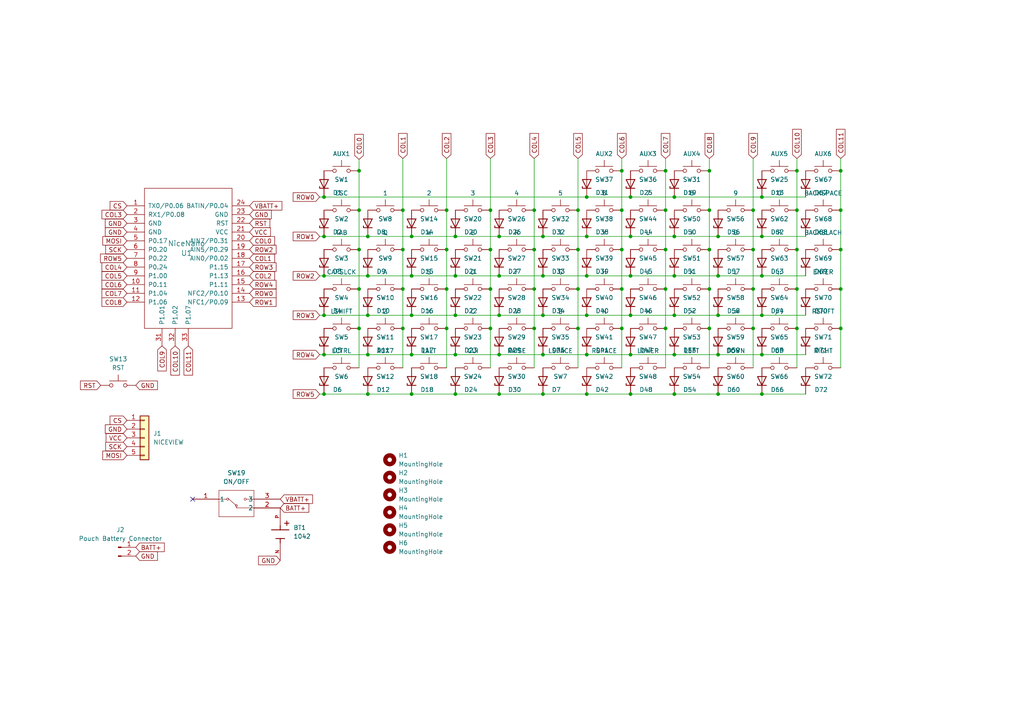
<source format=kicad_sch>
(kicad_sch (version 20250114) (generator "eeschema") (generator_version "9.0")
  (paper "A4")
  (junction (at 243.84 95.25))
  (junction (at 93.98 114.3))
  (junction (at 154.94 60.96))
  (junction (at 142.24 72.39))
  (junction (at 180.34 83.82))
  (junction (at 193.04 49.53))
  (junction (at 104.14 49.53))
  (junction (at 231.14 72.39))
  (junction (at 129.54 60.96))
  (junction (at 106.68 114.3))
  (junction (at 119.38 68.58))
  (junction (at 205.74 83.82))
  (junction (at 180.34 49.53))
  (junction (at 119.38 114.3))
  (junction (at 218.44 60.96))
  (junction (at 170.18 68.58))
  (junction (at 116.84 72.39))
  (junction (at 193.04 83.82))
  (junction (at 132.08 102.87))
  (junction (at 132.08 68.58))
  (junction (at 182.88 114.3))
  (junction (at 205.74 95.25))
  (junction (at 154.94 72.39))
  (junction (at 231.14 60.96))
  (junction (at 157.48 91.44))
  (junction (at 180.34 95.25))
  (junction (at 182.88 80.01))
  (junction (at 104.14 95.25))
  (junction (at 231.14 49.53))
  (junction (at 205.74 72.39))
  (junction (at 231.14 95.25))
  (junction (at 170.18 57.15))
  (junction (at 167.64 60.96))
  (junction (at 231.14 83.82))
  (junction (at 144.78 114.3))
  (junction (at 116.84 83.82))
  (junction (at 132.08 80.01))
  (junction (at 106.68 68.58))
  (junction (at 167.64 83.82))
  (junction (at 208.28 80.01))
  (junction (at 129.54 83.82))
  (junction (at 144.78 102.87))
  (junction (at 119.38 80.01))
  (junction (at 157.48 114.3))
  (junction (at 243.84 49.53))
  (junction (at 208.28 114.3))
  (junction (at 208.28 91.44))
  (junction (at 182.88 68.58))
  (junction (at 180.34 60.96))
  (junction (at 193.04 60.96))
  (junction (at 154.94 83.82))
  (junction (at 167.64 95.25))
  (junction (at 243.84 83.82))
  (junction (at 220.98 91.44))
  (junction (at 205.74 49.53))
  (junction (at 157.48 102.87))
  (junction (at 93.98 57.15))
  (junction (at 167.64 72.39))
  (junction (at 129.54 95.25))
  (junction (at 170.18 114.3))
  (junction (at 144.78 68.58))
  (junction (at 193.04 72.39))
  (junction (at 116.84 95.25))
  (junction (at 119.38 91.44))
  (junction (at 182.88 57.15))
  (junction (at 195.58 80.01))
  (junction (at 170.18 102.87))
  (junction (at 144.78 80.01))
  (junction (at 154.94 95.25))
  (junction (at 193.04 95.25))
  (junction (at 182.88 102.87))
  (junction (at 93.98 102.87))
  (junction (at 106.68 102.87))
  (junction (at 170.18 91.44))
  (junction (at 220.98 57.15))
  (junction (at 93.98 80.01))
  (junction (at 104.14 83.82))
  (junction (at 195.58 68.58))
  (junction (at 116.84 60.96))
  (junction (at 195.58 102.87))
  (junction (at 220.98 114.3))
  (junction (at 157.48 80.01))
  (junction (at 170.18 80.01))
  (junction (at 208.28 102.87))
  (junction (at 220.98 68.58))
  (junction (at 180.34 72.39))
  (junction (at 119.38 102.87))
  (junction (at 142.24 60.96))
  (junction (at 182.88 91.44))
  (junction (at 195.58 57.15))
  (junction (at 220.98 102.87))
  (junction (at 195.58 114.3))
  (junction (at 218.44 95.25))
  (junction (at 132.08 91.44))
  (junction (at 205.74 60.96))
  (junction (at 218.44 83.82))
  (junction (at 106.68 91.44))
  (junction (at 243.84 60.96))
  (junction (at 144.78 91.44))
  (junction (at 208.28 68.58))
  (junction (at 218.44 72.39))
  (junction (at 93.98 68.58))
  (junction (at 93.98 91.44))
  (junction (at 132.08 114.3))
  (junction (at 243.84 72.39))
  (junction (at 195.58 91.44))
  (junction (at 104.14 72.39))
  (junction (at 142.24 95.25))
  (junction (at 104.14 60.96))
  (junction (at 142.24 83.82))
  (junction (at 220.98 80.01))
  (junction (at 106.68 80.01))
  (junction (at 129.54 72.39))
  (junction (at 157.48 68.58))
  (no_connect (at 55.88 144.78))
  (wire (pts (xy 182.88 68.58) (xy 195.58 68.58)))
  (wire (pts (xy 205.74 83.82) (xy 205.74 95.25)))
  (wire (pts (xy 195.58 114.3) (xy 208.28 114.3)))
  (wire (pts (xy 243.84 72.39) (xy 243.84 83.82)))
  (wire (pts (xy 193.04 45.974) (xy 193.04 49.53)))
  (wire (pts (xy 154.94 45.974) (xy 154.94 60.96)))
  (wire (pts (xy 182.88 57.15) (xy 195.58 57.15)))
  (wire (pts (xy 157.48 102.87) (xy 170.18 102.87)))
  (wire (pts (xy 243.84 49.53) (xy 243.84 60.96)))
  (wire (pts (xy 231.14 83.82) (xy 231.14 95.25)))
  (wire (pts (xy 170.18 57.15) (xy 182.88 57.15)))
  (wire (pts (xy 193.04 49.53) (xy 193.04 60.96)))
  (wire (pts (xy 106.68 102.87) (xy 119.38 102.87)))
  (wire (pts (xy 220.98 57.15) (xy 233.68 57.15)))
  (wire (pts (xy 116.84 45.974) (xy 116.84 60.96)))
  (wire (pts (xy 220.98 68.58) (xy 233.68 68.58)))
  (wire (pts (xy 132.08 80.01) (xy 144.78 80.01)))
  (wire (pts (xy 93.98 114.3) (xy 106.68 114.3)))
  (wire (pts (xy 157.48 114.3) (xy 170.18 114.3)))
  (wire (pts (xy 208.28 68.58) (xy 220.98 68.58)))
  (wire (pts (xy 180.34 45.974) (xy 180.34 49.53)))
  (wire (pts (xy 231.14 60.96) (xy 231.14 72.39)))
  (wire (pts (xy 116.84 60.96) (xy 116.84 72.39)))
  (wire (pts (xy 119.38 102.87) (xy 132.08 102.87)))
  (wire (pts (xy 195.58 80.01) (xy 208.28 80.01)))
  (wire (pts (xy 180.34 49.53) (xy 180.34 60.96)))
  (wire (pts (xy 195.58 102.87) (xy 208.28 102.87)))
  (wire (pts (xy 92.71 102.87) (xy 93.98 102.87)))
  (wire (pts (xy 167.64 95.25) (xy 167.64 106.68)))
  (wire (pts (xy 180.34 106.68) (xy 180.34 95.25)))
  (wire (pts (xy 129.54 45.974) (xy 129.54 60.96)))
  (wire (pts (xy 205.74 45.974) (xy 205.74 49.53)))
  (wire (pts (xy 208.28 91.44) (xy 220.98 91.44)))
  (wire (pts (xy 231.14 72.39) (xy 231.14 83.82)))
  (wire (pts (xy 104.14 72.39) (xy 104.14 83.82)))
  (wire (pts (xy 180.34 60.96) (xy 180.34 72.39)))
  (wire (pts (xy 129.54 72.39) (xy 129.54 83.82)))
  (wire (pts (xy 170.18 102.87) (xy 182.88 102.87)))
  (wire (pts (xy 119.38 80.01) (xy 132.08 80.01)))
  (wire (pts (xy 208.28 114.3) (xy 220.98 114.3)))
  (wire (pts (xy 144.78 80.01) (xy 157.48 80.01)))
  (wire (pts (xy 231.14 49.53) (xy 231.14 60.96)))
  (wire (pts (xy 93.98 102.87) (xy 106.68 102.87)))
  (wire (pts (xy 170.18 68.58) (xy 182.88 68.58)))
  (wire (pts (xy 119.38 68.58) (xy 132.08 68.58)))
  (wire (pts (xy 157.48 80.01) (xy 170.18 80.01)))
  (wire (pts (xy 231.14 95.25) (xy 231.14 106.68)))
  (wire (pts (xy 231.14 45.974) (xy 231.14 49.53)))
  (wire (pts (xy 180.34 72.39) (xy 180.34 83.82)))
  (wire (pts (xy 167.64 45.974) (xy 167.64 60.96)))
  (wire (pts (xy 154.94 72.39) (xy 154.94 83.82)))
  (wire (pts (xy 132.08 68.58) (xy 144.78 68.58)))
  (wire (pts (xy 243.84 83.82) (xy 243.84 95.25)))
  (wire (pts (xy 93.98 57.15) (xy 170.18 57.15)))
  (wire (pts (xy 104.14 60.96) (xy 104.14 72.39)))
  (wire (pts (xy 157.48 91.44) (xy 170.18 91.44)))
  (wire (pts (xy 170.18 91.44) (xy 182.88 91.44)))
  (wire (pts (xy 92.71 68.58) (xy 93.98 68.58)))
  (wire (pts (xy 142.24 72.39) (xy 142.24 83.82)))
  (wire (pts (xy 154.94 60.96) (xy 154.94 72.39)))
  (wire (pts (xy 119.38 91.44) (xy 132.08 91.44)))
  (wire (pts (xy 93.98 80.01) (xy 106.68 80.01)))
  (wire (pts (xy 193.04 95.25) (xy 193.04 106.68)))
  (wire (pts (xy 195.58 91.44) (xy 208.28 91.44)))
  (wire (pts (xy 243.84 95.25) (xy 243.84 106.68)))
  (wire (pts (xy 93.98 91.44) (xy 106.68 91.44)))
  (wire (pts (xy 205.74 95.25) (xy 205.74 106.68)))
  (wire (pts (xy 154.94 95.25) (xy 154.94 106.68)))
  (wire (pts (xy 218.44 45.974) (xy 218.44 60.96)))
  (wire (pts (xy 144.78 68.58) (xy 157.48 68.58)))
  (wire (pts (xy 142.24 45.974) (xy 142.24 60.96)))
  (wire (pts (xy 205.74 72.39) (xy 205.74 83.82)))
  (wire (pts (xy 92.71 91.44) (xy 93.98 91.44)))
  (wire (pts (xy 218.44 72.39) (xy 218.44 83.82)))
  (wire (pts (xy 104.14 46.228) (xy 104.14 49.53)))
  (wire (pts (xy 218.44 60.96) (xy 218.44 72.39)))
  (wire (pts (xy 129.54 60.96) (xy 129.54 72.39)))
  (wire (pts (xy 104.14 95.25) (xy 104.14 106.68)))
  (wire (pts (xy 220.98 102.87) (xy 233.68 102.87)))
  (wire (pts (xy 182.88 80.01) (xy 195.58 80.01)))
  (wire (pts (xy 142.24 60.96) (xy 142.24 72.39)))
  (wire (pts (xy 167.64 83.82) (xy 167.64 95.25)))
  (wire (pts (xy 106.68 91.44) (xy 119.38 91.44)))
  (wire (pts (xy 170.18 114.3) (xy 182.88 114.3)))
  (wire (pts (xy 144.78 114.3) (xy 157.48 114.3)))
  (wire (pts (xy 144.78 102.87) (xy 157.48 102.87)))
  (wire (pts (xy 132.08 102.87) (xy 144.78 102.87)))
  (wire (pts (xy 154.94 83.82) (xy 154.94 95.25)))
  (wire (pts (xy 116.84 72.39) (xy 116.84 83.82)))
  (wire (pts (xy 167.64 60.96) (xy 167.64 72.39)))
  (wire (pts (xy 220.98 114.3) (xy 233.68 114.3)))
  (wire (pts (xy 104.14 49.53) (xy 104.14 60.96)))
  (wire (pts (xy 104.14 83.82) (xy 104.14 95.25)))
  (wire (pts (xy 142.24 83.82) (xy 142.24 95.25)))
  (wire (pts (xy 106.68 68.58) (xy 119.38 68.58)))
  (wire (pts (xy 92.71 80.01) (xy 93.98 80.01)))
  (wire (pts (xy 92.71 114.3) (xy 93.98 114.3)))
  (wire (pts (xy 106.68 114.3) (xy 119.38 114.3)))
  (wire (pts (xy 208.28 102.87) (xy 220.98 102.87)))
  (wire (pts (xy 218.44 95.25) (xy 218.44 106.68)))
  (wire (pts (xy 243.84 60.96) (xy 243.84 72.39)))
  (wire (pts (xy 129.54 83.82) (xy 129.54 95.25)))
  (wire (pts (xy 220.98 80.01) (xy 233.68 80.01)))
  (wire (pts (xy 93.98 68.58) (xy 106.68 68.58)))
  (wire (pts (xy 132.08 91.44) (xy 144.78 91.44)))
  (wire (pts (xy 205.74 49.53) (xy 205.74 60.96)))
  (wire (pts (xy 180.34 83.82) (xy 180.34 95.25)))
  (wire (pts (xy 167.64 72.39) (xy 167.64 83.82)))
  (wire (pts (xy 193.04 72.39) (xy 193.04 83.82)))
  (wire (pts (xy 220.98 91.44) (xy 233.68 91.44)))
  (wire (pts (xy 119.38 114.3) (xy 132.08 114.3)))
  (wire (pts (xy 218.44 83.82) (xy 218.44 95.25)))
  (wire (pts (xy 92.71 57.15) (xy 93.98 57.15)))
  (wire (pts (xy 182.88 114.3) (xy 195.58 114.3)))
  (wire (pts (xy 182.88 102.87) (xy 195.58 102.87)))
  (wire (pts (xy 195.58 57.15) (xy 220.98 57.15)))
  (wire (pts (xy 193.04 60.96) (xy 193.04 72.39)))
  (wire (pts (xy 144.78 91.44) (xy 157.48 91.44)))
  (wire (pts (xy 132.08 114.3) (xy 144.78 114.3)))
  (wire (pts (xy 157.48 68.58) (xy 170.18 68.58)))
  (wire (pts (xy 170.18 80.01) (xy 182.88 80.01)))
  (wire (pts (xy 193.04 83.82) (xy 193.04 95.25)))
  (wire (pts (xy 195.58 68.58) (xy 208.28 68.58)))
  (wire (pts (xy 116.84 95.25) (xy 116.84 106.68)))
  (wire (pts (xy 106.68 80.01) (xy 119.38 80.01)))
  (wire (pts (xy 129.54 95.25) (xy 129.54 106.68)))
  (wire (pts (xy 182.88 91.44) (xy 195.58 91.44)))
  (wire (pts (xy 243.84 45.974) (xy 243.84 49.53)))
  (wire (pts (xy 116.84 83.82) (xy 116.84 95.25)))
  (wire (pts (xy 205.74 60.96) (xy 205.74 72.39)))
  (wire (pts (xy 208.28 80.01) (xy 220.98 80.01)))
  (wire (pts (xy 142.24 95.25) (xy 142.24 106.68)))
  (global_label "ROW3" (shape input) (at 92.71 91.44 180) (property "Intersheetrefs" "${INTERSHEET_REFS}" (effects (hide yes))))
  (global_label "COL9" (shape input) (at 46.99 100.33 270) (property "Intersheetrefs" "${INTERSHEET_REFS}" (effects (hide yes))))
  (global_label "ROW1" (shape input) (at 72.39 87.63 0) (property "Intersheetrefs" "${INTERSHEET_REFS}" (effects (hide yes))))
  (global_label "GND" (shape input) (at 39.37 161.29 0) (property "Intersheetrefs" "${INTERSHEET_REFS}" (effects (hide yes))))
  (global_label "GND" (shape input) (at 36.83 64.77 180) (property "Intersheetrefs" "${INTERSHEET_REFS}" (effects (hide yes))))
  (global_label "COL8" (shape input) (at 205.74 45.974 90) (property "Intersheetrefs" "${INTERSHEET_REFS}" (effects (hide yes))))
  (global_label "COL1" (shape input) (at 72.39 74.93 0) (property "Intersheetrefs" "${INTERSHEET_REFS}" (effects (hide yes))))
  (global_label "COL4" (shape input) (at 36.83 77.47 180) (property "Intersheetrefs" "${INTERSHEET_REFS}" (effects (hide yes))))
  (global_label "RST" (shape input) (at 29.21 111.76 180) (property "Intersheetrefs" "${INTERSHEET_REFS}" (effects (hide yes))))
  (global_label "ROW4" (shape input) (at 72.39 82.55 0) (property "Intersheetrefs" "${INTERSHEET_REFS}" (effects (hide yes))))
  (global_label "BATT+" (shape input) (at 39.37 158.75 0) (property "Intersheetrefs" "${INTERSHEET_REFS}" (effects (hide yes))))
  (global_label "COL5" (shape input) (at 36.83 80.01 180) (property "Intersheetrefs" "${INTERSHEET_REFS}" (effects (hide yes))))
  (global_label "COL8" (shape input) (at 36.83 87.63 180) (property "Intersheetrefs" "${INTERSHEET_REFS}" (effects (hide yes))))
  (global_label "COL9" (shape input) (at 218.44 45.974 90) (property "Intersheetrefs" "${INTERSHEET_REFS}" (effects (hide yes))))
  (global_label "VCC" (shape input) (at 36.83 127 180) (property "Intersheetrefs" "${INTERSHEET_REFS}" (effects (hide yes))))
  (global_label "COL2" (shape input) (at 72.39 80.01 0) (property "Intersheetrefs" "${INTERSHEET_REFS}" (effects (hide yes))))
  (global_label "CS" (shape input) (at 36.83 59.69 180) (property "Intersheetrefs" "${INTERSHEET_REFS}" (effects (hide yes))))
  (global_label "COL0" (shape input) (at 104.14 46.228 90) (property "Intersheetrefs" "${INTERSHEET_REFS}" (effects (hide yes))))
  (global_label "COL0" (shape input) (at 72.39 69.85 0) (property "Intersheetrefs" "${INTERSHEET_REFS}" (effects (hide yes))))
  (global_label "GND" (shape input) (at 81.28 162.56 180) (property "Intersheetrefs" "${INTERSHEET_REFS}" (effects (hide yes))))
  (global_label "CS" (shape input) (at 36.83 121.92 180) (property "Intersheetrefs" "${INTERSHEET_REFS}" (effects (hide yes))))
  (global_label "SCK" (shape input) (at 36.83 72.39 180) (property "Intersheetrefs" "${INTERSHEET_REFS}" (effects (hide yes))))
  (global_label "ROW4" (shape input) (at 92.71 102.87 180) (property "Intersheetrefs" "${INTERSHEET_REFS}" (effects (hide yes))))
  (global_label "MOSI" (shape input) (at 36.83 69.85 180) (property "Intersheetrefs" "${INTERSHEET_REFS}" (effects (hide yes))))
  (global_label "ROW1" (shape input) (at 92.71 68.58 180) (property "Intersheetrefs" "${INTERSHEET_REFS}" (effects (hide yes))))
  (global_label "COL6" (shape input) (at 36.83 82.55 180) (property "Intersheetrefs" "${INTERSHEET_REFS}" (effects (hide yes))))
  (global_label "VBATT+" (shape input) (at 72.39 59.69 0) (property "Intersheetrefs" "${INTERSHEET_REFS}" (effects (hide yes))))
  (global_label "VCC" (shape input) (at 72.39 67.31 0) (property "Intersheetrefs" "${INTERSHEET_REFS}" (effects (hide yes))))
  (global_label "COL4" (shape input) (at 154.94 45.974 90) (property "Intersheetrefs" "${INTERSHEET_REFS}" (effects (hide yes))))
  (global_label "GND" (shape input) (at 36.83 67.31 180) (property "Intersheetrefs" "${INTERSHEET_REFS}" (effects (hide yes))))
  (global_label "COL6" (shape input) (at 180.34 45.974 90) (property "Intersheetrefs" "${INTERSHEET_REFS}" (effects (hide yes))))
  (global_label "GND" (shape input) (at 36.83 124.46 180) (property "Intersheetrefs" "${INTERSHEET_REFS}" (effects (hide yes))))
  (global_label "ROW2" (shape input) (at 72.39 72.39 0) (property "Intersheetrefs" "${INTERSHEET_REFS}" (effects (hide yes))))
  (global_label "ROW0" (shape input) (at 72.39 85.09 0) (property "Intersheetrefs" "${INTERSHEET_REFS}" (effects (hide yes))))
  (global_label "COL11" (shape input) (at 54.61 100.33 270) (property "Intersheetrefs" "${INTERSHEET_REFS}" (effects (hide yes))))
  (global_label "ROW3" (shape input) (at 72.39 77.47 0) (property "Intersheetrefs" "${INTERSHEET_REFS}" (effects (hide yes))))
  (global_label "ROW0" (shape input) (at 92.71 57.15 180) (property "Intersheetrefs" "${INTERSHEET_REFS}" (effects (hide yes))))
  (global_label "RST" (shape input) (at 72.39 64.77 0) (property "Intersheetrefs" "${INTERSHEET_REFS}" (effects (hide yes))))
  (global_label "COL7" (shape input) (at 36.83 85.09 180) (property "Intersheetrefs" "${INTERSHEET_REFS}" (effects (hide yes))))
  (global_label "ROW2" (shape input) (at 92.71 80.01 180) (property "Intersheetrefs" "${INTERSHEET_REFS}" (effects (hide yes))))
  (global_label "COL1" (shape input) (at 116.84 45.974 90) (property "Intersheetrefs" "${INTERSHEET_REFS}" (effects (hide yes))))
  (global_label "COL11" (shape input) (at 243.84 45.974 90) (property "Intersheetrefs" "${INTERSHEET_REFS}" (effects (hide yes))))
  (global_label "MOSI" (shape input) (at 36.83 132.08 180) (property "Intersheetrefs" "${INTERSHEET_REFS}" (effects (hide yes))))
  (global_label "GND" (shape input) (at 72.39 62.23 0) (property "Intersheetrefs" "${INTERSHEET_REFS}" (effects (hide yes))))
  (global_label "COL7" (shape input) (at 193.04 45.974 90) (property "Intersheetrefs" "${INTERSHEET_REFS}" (effects (hide yes))))
  (global_label "COL3" (shape input) (at 36.83 62.23 180) (property "Intersheetrefs" "${INTERSHEET_REFS}" (effects (hide yes))))
  (global_label "GND" (shape input) (at 39.37 111.76 0) (property "Intersheetrefs" "${INTERSHEET_REFS}" (effects (hide yes))))
  (global_label "COL5" (shape input) (at 167.64 45.974 90) (property "Intersheetrefs" "${INTERSHEET_REFS}" (effects (hide yes))))
  (global_label "ROW5" (shape input) (at 92.71 114.3 180) (property "Intersheetrefs" "${INTERSHEET_REFS}" (effects (hide yes))))
  (global_label "SCK" (shape input) (at 36.83 129.54 180) (property "Intersheetrefs" "${INTERSHEET_REFS}" (effects (hide yes))))
  (global_label "ROW5" (shape input) (at 36.83 74.93 180) (property "Intersheetrefs" "${INTERSHEET_REFS}" (effects (hide yes))))
  (global_label "VBATT+" (shape input) (at 81.28 144.78 0) (property "Intersheetrefs" "${INTERSHEET_REFS}" (effects (hide yes))))
  (global_label "BATT+" (shape input) (at 81.28 147.32 0) (property "Intersheetrefs" "${INTERSHEET_REFS}" (effects (hide yes))))
  (global_label "COL3" (shape input) (at 142.24 45.974 90) (property "Intersheetrefs" "${INTERSHEET_REFS}" (effects (hide yes))))
  (global_label "COL2" (shape input) (at 129.54 45.974 90) (property "Intersheetrefs" "${INTERSHEET_REFS}" (effects (hide yes))))
  (global_label "COL10" (shape input) (at 50.8 100.33 270) (property "Intersheetrefs" "${INTERSHEET_REFS}" (effects (hide yes))))
  (global_label "COL10" (shape input) (at 231.14 45.974 90) (property "Intersheetrefs" "${INTERSHEET_REFS}" (effects (hide yes))))
  (symbol (lib_id "Diode:1N47xxA") (at 208.28 76.2 90) (unit 1)
    (property "Reference" "D57" (at 210.82 78.74 90) (effects (justify right)))
    (property "Value" "1N47xxA" (effects (hide yes)))
    (property "Footprint" "Diode_SMD:D_SOD-123" (effects (hide yes)))
    (property "Datasheet" "https://www.vishay.com/docs/85816/1n4728a.pdf" (effects (hide yes)))
    (property "Description" "1300mW Silicon planar power Zener diodes, DO-41" (effects (hide yes)))
  )
  (symbol (lib_id "Diode:1N47xxA") (at 208.28 110.49 90) (unit 1)
    (property "Reference" "D60" (at 210.82 113.03 90) (effects (justify right)))
    (property "Value" "1N47xxA" (effects (hide yes)))
    (property "Footprint" "Diode_SMD:D_SOD-123" (effects (hide yes)))
    (property "Datasheet" "https://www.vishay.com/docs/85816/1n4728a.pdf" (effects (hide yes)))
    (property "Description" "1300mW Silicon planar power Zener diodes, DO-41" (effects (hide yes)))
  )
  (symbol (lib_id "Diode:1N47xxA") (at 119.38 110.49 90) (unit 1)
    (property "Reference" "D18" (at 121.92 113.03 90) (effects (justify right)))
    (property "Value" "1N47xxA" (effects (hide yes)))
    (property "Footprint" "Diode_SMD:D_SOD-123" (effects (hide yes)))
    (property "Datasheet" "https://www.vishay.com/docs/85816/1n4728a.pdf" (effects (hide yes)))
    (property "Description" "1300mW Silicon planar power Zener diodes, DO-41" (effects (hide yes)))
  )
  (symbol (lib_id "Switch:SW_Push") (at 187.96 95.25 0) (unit 1)
    (property "Reference" "SW47" (at 187.96 97.79 0))
    (property "Value" "M" (at 187.96 90.3224 0))
    (property "Footprint" "MX_Hotswap:MX-Hotswap-1U" (effects (hide yes)))
  )
  (symbol (lib_id "Switch:SW_Push") (at 149.86 83.82 0) (unit 1)
    (property "Reference" "SW28" (at 149.86 86.36 0))
    (property "Value" "F" (at 149.86 78.8924 0))
    (property "Footprint" "MX_Hotswap:MX-Hotswap-1U" (effects (hide yes)))
  )
  (symbol (lib_id "Mechanical:MountingHole") (at 113.03 148.59 0) (unit 1) (in_bom no)
    (property "Reference" "H4" (at 115.57 147.3199 0) (effects (justify left)))
    (property "Value" "MountingHole" (at 115.57 149.8599 0) (effects (justify left)))
    (property "Footprint" "MountingHole:MountingHole_2.7mm_M2.5" (effects (hide yes)))
    (property "Description" "Mounting Hole without connection" (effects (hide yes)))
  )
  (symbol (lib_id "Diode:1N47xxA") (at 132.08 87.63 90) (unit 1)
    (property "Reference" "D22" (at 134.62 90.17 90) (effects (justify right)))
    (property "Value" "1N47xxA" (effects (hide yes)))
    (property "Footprint" "Diode_SMD:D_SOD-123" (effects (hide yes)))
    (property "Datasheet" "https://www.vishay.com/docs/85816/1n4728a.pdf" (effects (hide yes)))
    (property "Description" "1300mW Silicon planar power Zener diodes, DO-41" (effects (hide yes)))
  )
  (symbol (lib_id "Switch:SW_Push") (at 111.76 72.39 0) (unit 1)
    (property "Reference" "SW9" (at 111.76 74.93 0))
    (property "Value" "Q" (at 111.76 67.4624 0))
    (property "Footprint" "MX_Hotswap:MX-Hotswap-1U" (effects (hide yes)))
  )
  (symbol (lib_id "Diode:1N47xxA") (at 106.68 99.06 90) (unit 1)
    (property "Reference" "D11" (at 109.22 101.6 90) (effects (justify right)))
    (property "Value" "1N47xxA" (effects (hide yes)))
    (property "Footprint" "Diode_SMD:D_SOD-123" (effects (hide yes)))
    (property "Datasheet" "https://www.vishay.com/docs/85816/1n4728a.pdf" (effects (hide yes)))
    (property "Description" "1300mW Silicon planar power Zener diodes, DO-41" (effects (hide yes)))
  )
  (symbol (lib_id "Switch:SW_Push") (at 238.76 106.68 0) (unit 1)
    (property "Reference" "SW72" (at 238.76 109.22 0))
    (property "Value" "RIGHT" (at 238.76 101.7524 0))
    (property "Footprint" "MX_Hotswap:MX-Hotswap-1U" (effects (hide yes)))
  )
  (symbol (lib_id "Diode:1N47xxA") (at 144.78 76.2 90) (unit 1)
    (property "Reference" "D27" (at 147.32 78.74 90) (effects (justify right)))
    (property "Value" "1N47xxA" (effects (hide yes)))
    (property "Footprint" "Diode_SMD:D_SOD-123" (effects (hide yes)))
    (property "Datasheet" "https://www.vishay.com/docs/85816/1n4728a.pdf" (effects (hide yes)))
    (property "Description" "1300mW Silicon planar power Zener diodes, DO-41" (effects (hide yes)))
  )
  (symbol (lib_id "Switch:SW_Push") (at 111.76 95.25 0) (unit 1)
    (property "Reference" "SW11" (at 111.76 97.79 0))
    (property "Value" "Z" (at 111.76 90.3224 0))
    (property "Footprint" "MX_Hotswap:MX-Hotswap-1U" (effects (hide yes)))
  )
  (symbol (lib_id "Switch:SW_Push") (at 213.36 60.96 0) (unit 1)
    (property "Reference" "SW56" (at 213.36 63.5 0))
    (property "Value" "9" (at 213.36 56.0324 0))
    (property "Footprint" "MX_Hotswap:MX-Hotswap-1U" (effects (hide yes)))
  )
  (symbol (lib_id "Switch:SW_Push") (at 99.06 95.25 0) (unit 1)
    (property "Reference" "SW5" (at 99.06 97.79 0))
    (property "Value" "LSHIFT" (at 99.06 90.3224 0))
    (property "Footprint" "MX_Hotswap:MX-Hotswap-1U" (effects (hide yes)))
  )
  (symbol (lib_id "Diode:1N47xxA") (at 233.68 110.49 90) (unit 1)
    (property "Reference" "D72" (at 236.22 113.03 90) (effects (justify right)))
    (property "Value" "1N47xxA" (effects (hide yes)))
    (property "Footprint" "Diode_SMD:D_SOD-123" (effects (hide yes)))
    (property "Datasheet" "https://www.vishay.com/docs/85816/1n4728a.pdf" (effects (hide yes)))
    (property "Description" "1300mW Silicon planar power Zener diodes, DO-41" (effects (hide yes)))
  )
  (symbol (lib_id "Switch:SW_Push") (at 187.96 60.96 0) (unit 1)
    (property "Reference" "SW44" (at 187.96 63.5 0))
    (property "Value" "7" (at 187.96 56.0324 0))
    (property "Footprint" "MX_Hotswap:MX-Hotswap-1U" (effects (hide yes)))
  )
  (symbol (lib_id "Diode:1N47xxA") (at 182.88 53.34 90) (unit 1)
    (property "Reference" "D25" (at 185.42 55.88 90) (effects (justify right)))
    (property "Value" "1N47xxA" (effects (hide yes)))
    (property "Footprint" "Diode_SMD:D_SOD-123" (effects (hide yes)))
    (property "Datasheet" "https://www.vishay.com/docs/85816/1n4728a.pdf" (effects (hide yes)))
    (property "Description" "1300mW Silicon planar power Zener diodes, DO-41" (effects (hide yes)))
  )
  (symbol (lib_id "Switch:SW_Push") (at 99.06 60.96 0) (unit 1)
    (property "Reference" "SW2" (at 99.06 63.5 0))
    (property "Value" "ESC" (at 99.06 56.0324 0))
    (property "Footprint" "MX_Hotswap:MX-Hotswap-1U" (effects (hide yes)))
  )
  (symbol (lib_id "Diode:1N47xxA") (at 195.58 99.06 90) (unit 1)
    (property "Reference" "D53" (at 198.12 101.6 90) (effects (justify right)))
    (property "Value" "1N47xxA" (effects (hide yes)))
    (property "Footprint" "Diode_SMD:D_SOD-123" (effects (hide yes)))
    (property "Datasheet" "https://www.vishay.com/docs/85816/1n4728a.pdf" (effects (hide yes)))
    (property "Description" "1300mW Silicon planar power Zener diodes, DO-41" (effects (hide yes)))
  )
  (symbol (lib_id "Diode:1N47xxA") (at 170.18 64.77 90) (unit 1)
    (property "Reference" "D38" (at 172.72 67.31 90) (effects (justify right)))
    (property "Value" "1N47xxA" (effects (hide yes)))
    (property "Footprint" "Diode_SMD:D_SOD-123" (effects (hide yes)))
    (property "Datasheet" "https://www.vishay.com/docs/85816/1n4728a.pdf" (effects (hide yes)))
    (property "Description" "1300mW Silicon planar power Zener diodes, DO-41" (effects (hide yes)))
  )
  (symbol (lib_id "Switch:SW_Push") (at 226.06 72.39 0) (unit 1)
    (property "Reference" "SW63" (at 226.06 74.93 0))
    (property "Value" "P" (at 226.06 67.4624 0))
    (property "Footprint" "MX_Hotswap:MX-Hotswap-1U" (effects (hide yes)))
  )
  (symbol (lib_id "Switch:SW_Push") (at 226.06 95.25 0) (unit 1)
    (property "Reference" "SW65" (at 226.06 97.79 0))
    (property "Value" "/?" (at 226.06 90.3224 0))
    (property "Footprint" "MX_Hotswap:MX-Hotswap-1U" (effects (hide yes)))
  )
  (symbol (lib_id "Switch:SW_Push") (at 111.76 83.82 0) (unit 1)
    (property "Reference" "SW10" (at 111.76 86.36 0))
    (property "Value" "A" (at 111.76 78.8924 0))
    (property "Footprint" "MX_Hotswap:MX-Hotswap-1U" (effects (hide yes)))
  )
  (symbol (lib_id "Diode:1N47xxA") (at 233.68 64.77 90) (unit 1)
    (property "Reference" "D68" (at 236.22 67.31 90) (effects (justify right)))
    (property "Value" "1N47xxA" (effects (hide yes)))
    (property "Footprint" "Diode_SMD:D_SOD-123" (effects (hide yes)))
    (property "Datasheet" "https://www.vishay.com/docs/85816/1n4728a.pdf" (effects (hide yes)))
    (property "Description" "1300mW Silicon planar power Zener diodes, DO-41" (effects (hide yes)))
  )
  (symbol (lib_id "Switch:SW_Push") (at 137.16 60.96 0) (unit 1)
    (property "Reference" "SW20" (at 137.16 63.5 0))
    (property "Value" "3" (at 137.16 56.0324 0))
    (property "Footprint" "MX_Hotswap:MX-Hotswap-1U" (effects (hide yes)))
  )
  (symbol (lib_id "Switch:SW_Push") (at 226.06 60.96 0) (unit 1)
    (property "Reference" "SW62" (at 226.06 63.5 0))
    (property "Value" "0" (at 226.06 56.0324 0))
    (property "Footprint" "MX_Hotswap:MX-Hotswap-1U" (effects (hide yes)))
  )
  (symbol (lib_id "Mechanical:MountingHole") (at 113.03 133.35 0) (unit 1) (in_bom no)
    (property "Reference" "H1" (at 115.57 132.0799 0) (effects (justify left)))
    (property "Value" "MountingHole" (at 115.57 134.6199 0) (effects (justify left)))
    (property "Footprint" "MountingHole:MountingHole_2.7mm_M2.5" (effects (hide yes)))
    (property "Description" "Mounting Hole without connection" (effects (hide yes)))
  )
  (symbol (lib_id "Diode:1N47xxA") (at 233.68 87.63 90) (unit 1)
    (property "Reference" "D70" (at 236.22 90.17 90) (effects (justify right)))
    (property "Value" "1N47xxA" (effects (hide yes)))
    (property "Footprint" "Diode_SMD:D_SOD-123" (effects (hide yes)))
    (property "Datasheet" "https://www.vishay.com/docs/85816/1n4728a.pdf" (effects (hide yes)))
    (property "Description" "1300mW Silicon planar power Zener diodes, DO-41" (effects (hide yes)))
  )
  (symbol (lib_id "Switch:SW_Push") (at 99.06 106.68 0) (unit 1)
    (property "Reference" "SW6" (at 99.06 109.22 0))
    (property "Value" "LCTRL" (at 99.06 101.7524 0))
    (property "Footprint" "MX_Hotswap:MX-Hotswap-1U" (effects (hide yes)))
  )
  (symbol (lib_id "1042:1042") (at 81.28 154.94 270) (unit 1)
    (property "Reference" "BT1" (at 85.09 153.0349 90) (effects (justify left)))
    (property "Value" "1042" (at 85.09 155.5749 90) (effects (justify left)))
    (property "Footprint" "1042:BAT_1042" (effects (hide yes)))
    (property "MF" "Keystone Electronics" (effects (hide yes)))
    (property "MAXIMUM_PACKAGE_HEIGHT" "15.11mm" (effects (hide yes)))
    (property "Package" "NON STANDARD-5 Keystone" (effects (hide yes)))
    (property "Price" "None" (effects (hide yes)))
    (property "Check_prices" "https://www.snapeda.com/parts/1042/Keystone/view-part/?ref=eda" (effects (hide yes)))
    (property "STANDARD" "Manufacturer Recommendations" (effects (hide yes)))
    (property "PARTREV" "E" (effects (hide yes)))
    (property "SnapEDA_Link" "https://www.snapeda.com/parts/1042/Keystone/view-part/?ref=snap" (effects (hide yes)))
    (property "MP" "1042" (effects (hide yes)))
    (property "Description_1" "Battery Holder (Open) 18650 1 Cell SMD (SMT) Tab" (effects (hide yes)))
    (property "SNAPEDA_PN" "1042" (effects (hide yes)))
    (property "Availability" "In Stock" (effects (hide yes)))
    (property "MANUFACTURER" "Keystone" (effects (hide yes)))
  )
  (symbol (lib_id "Switch:SW_Push") (at 226.06 83.82 0) (unit 1)
    (property "Reference" "SW64" (at 226.06 86.36 0))
    (property "Value" ";:" (at 226.06 78.8924 0))
    (property "Footprint" "MX_Hotswap:MX-Hotswap-1U" (effects (hide yes)))
  )
  (symbol (lib_id "Switch:SW_Push") (at 175.26 95.25 0) (unit 1)
    (property "Reference" "SW41" (at 175.26 97.79 0))
    (property "Value" "N" (at 175.26 90.3224 0))
    (property "Footprint" "MX_Hotswap:MX-Hotswap-1U" (effects (hide yes)))
  )
  (symbol (lib_id "Switch:SW_Push") (at 238.76 49.53 0) (unit 1)
    (property "Reference" "SW67" (at 238.76 52.07 0))
    (property "Value" "AUX6" (at 238.76 44.6024 0))
    (property "Footprint" "MX_Hotswap:MX-Hotswap-1U" (effects (hide yes)))
  )
  (symbol (lib_id "Mechanical:MountingHole") (at 113.03 158.75 0) (unit 1) (in_bom no)
    (property "Reference" "H6" (at 115.57 157.4799 0) (effects (justify left)))
    (property "Value" "MountingHole" (at 115.57 160.0199 0) (effects (justify left)))
    (property "Footprint" "MountingHole:MountingHole_2.7mm_M2.5" (effects (hide yes)))
    (property "Description" "Mounting Hole without connection" (effects (hide yes)))
  )
  (symbol (lib_id "Diode:1N47xxA") (at 132.08 64.77 90) (unit 1)
    (property "Reference" "D20" (at 134.62 67.31 90) (effects (justify right)))
    (property "Value" "1N47xxA" (effects (hide yes)))
    (property "Footprint" "Diode_SMD:D_SOD-123" (effects (hide yes)))
    (property "Datasheet" "https://www.vishay.com/docs/85816/1n4728a.pdf" (effects (hide yes)))
    (property "Description" "1300mW Silicon planar power Zener diodes, DO-41" (effects (hide yes)))
  )
  (symbol (lib_id "Diode:1N47xxA") (at 106.68 110.49 90) (unit 1)
    (property "Reference" "D12" (at 109.22 113.03 90) (effects (justify right)))
    (property "Value" "1N47xxA" (effects (hide yes)))
    (property "Footprint" "Diode_SMD:D_SOD-123" (effects (hide yes)))
    (property "Datasheet" "https://www.vishay.com/docs/85816/1n4728a.pdf" (effects (hide yes)))
    (property "Description" "1300mW Silicon planar power Zener diodes, DO-41" (effects (hide yes)))
  )
  (symbol (lib_id "Diode:1N47xxA") (at 220.98 76.2 90) (unit 1)
    (property "Reference" "D63" (at 223.52 78.74 90) (effects (justify right)))
    (property "Value" "1N47xxA" (effects (hide yes)))
    (property "Footprint" "Diode_SMD:D_SOD-123" (effects (hide yes)))
    (property "Datasheet" "https://www.vishay.com/docs/85816/1n4728a.pdf" (effects (hide yes)))
    (property "Description" "1300mW Silicon planar power Zener diodes, DO-41" (effects (hide yes)))
  )
  (symbol (lib_id "Diode:1N47xxA") (at 182.88 87.63 90) (unit 1)
    (property "Reference" "D46" (at 185.42 90.17 90) (effects (justify right)))
    (property "Value" "1N47xxA" (effects (hide yes)))
    (property "Footprint" "Diode_SMD:D_SOD-123" (effects (hide yes)))
    (property "Datasheet" "https://www.vishay.com/docs/85816/1n4728a.pdf" (effects (hide yes)))
    (property "Description" "1300mW Silicon planar power Zener diodes, DO-41" (effects (hide yes)))
  )
  (symbol (lib_id "Switch:SW_Push") (at 200.66 49.53 0) (unit 1)
    (property "Reference" "SW31" (at 200.66 52.07 0))
    (property "Value" "AUX4" (at 200.66 44.6024 0))
    (property "Footprint" "MX_Hotswap:MX-Hotswap-1U" (effects (hide yes)))
  )
  (symbol (lib_id "Switch:SW_Push") (at 200.66 72.39 0) (unit 1)
    (property "Reference" "SW51" (at 200.66 74.93 0))
    (property "Value" "I" (at 200.66 67.4624 0))
    (property "Footprint" "MX_Hotswap:MX-Hotswap-1U" (effects (hide yes)))
  )
  (symbol (lib_id "Diode:1N47xxA") (at 220.98 110.49 90) (unit 1)
    (property "Reference" "D66" (at 223.52 113.03 90) (effects (justify right)))
    (property "Value" "1N47xxA" (effects (hide yes)))
    (property "Footprint" "Diode_SMD:D_SOD-123" (effects (hide yes)))
    (property "Datasheet" "https://www.vishay.com/docs/85816/1n4728a.pdf" (effects (hide yes)))
    (property "Description" "1300mW Silicon planar power Zener diodes, DO-41" (effects (hide yes)))
  )
  (symbol (lib_id "Diode:1N47xxA") (at 106.68 76.2 90) (unit 1)
    (property "Reference" "D9" (at 109.22 78.74 90) (effects (justify right)))
    (property "Value" "1N47xxA" (effects (hide yes)))
    (property "Footprint" "Diode_SMD:D_SOD-123" (effects (hide yes)))
    (property "Datasheet" "https://www.vishay.com/docs/85816/1n4728a.pdf" (effects (hide yes)))
    (property "Description" "1300mW Silicon planar power Zener diodes, DO-41" (effects (hide yes)))
  )
  (symbol (lib_id "Switch:SW_Push") (at 213.36 72.39 0) (unit 1)
    (property "Reference" "SW57" (at 213.36 74.93 0))
    (property "Value" "O" (at 213.36 67.4624 0))
    (property "Footprint" "MX_Hotswap:MX-Hotswap-1U" (effects (hide yes)))
  )
  (symbol (lib_id "Switch:SW_Push") (at 124.46 95.25 0) (unit 1)
    (property "Reference" "SW17" (at 124.46 97.79 0))
    (property "Value" "X" (at 124.46 90.3224 0))
    (property "Footprint" "MX_Hotswap:MX-Hotswap-1U" (effects (hide yes)))
  )
  (symbol (lib_id "Diode:1N47xxA") (at 93.98 99.06 90) (unit 1)
    (property "Reference" "D5" (at 96.52 101.6 90) (effects (justify right)))
    (property "Value" "1N47xxA" (effects (hide yes)))
    (property "Footprint" "Diode_SMD:D_SOD-123" (effects (hide yes)))
    (property "Datasheet" "https://www.vishay.com/docs/85816/1n4728a.pdf" (effects (hide yes)))
    (property "Description" "1300mW Silicon planar power Zener diodes, DO-41" (effects (hide yes)))
  )
  (symbol (lib_id "Connector:Conn_01x02_Pin") (at 34.29 158.75 0) (unit 1)
    (property "Reference" "J2" (at 34.925 153.67 0))
    (property "Value" "Pouch Battery Connector" (at 34.925 156.21 0))
    (property "Footprint" "Connector_JST:JST_EH_S2B-EH_1x02_P2.50mm_Horizontal" (effects (hide yes)))
    (property "Description" "Generic connector, single row, 01x02, script generated" (effects (hide yes)))
  )
  (symbol (lib_id "Switch:SW_Push") (at 99.06 83.82 0) (unit 1)
    (property "Reference" "SW4" (at 99.06 86.36 0))
    (property "Value" "CAPSLCK" (at 99.06 78.8924 0))
    (property "Footprint" "MX_Hotswap:MX-Hotswap-1U" (effects (hide yes)))
  )
  (symbol (lib_id "Diode:1N47xxA") (at 220.98 53.34 90) (unit 1)
    (property "Reference" "D13" (at 223.52 55.88 90) (effects (justify right)))
    (property "Value" "1N47xxA" (effects (hide yes)))
    (property "Footprint" "Diode_SMD:D_SOD-123" (effects (hide yes)))
    (property "Datasheet" "https://www.vishay.com/docs/85816/1n4728a.pdf" (effects (hide yes)))
    (property "Description" "1300mW Silicon planar power Zener diodes, DO-41" (effects (hide yes)))
  )
  (symbol (lib_id "Switch:SW_Push") (at 137.16 83.82 0) (unit 1)
    (property "Reference" "SW22" (at 137.16 86.36 0))
    (property "Value" "D" (at 137.16 78.8924 0))
    (property "Footprint" "MX_Hotswap:MX-Hotswap-1U" (effects (hide yes)))
  )
  (symbol (lib_id "Diode:1N47xxA") (at 195.58 76.2 90) (unit 1)
    (property "Reference" "D51" (at 198.12 78.74 90) (effects (justify right)))
    (property "Value" "1N47xxA" (effects (hide yes)))
    (property "Footprint" "Diode_SMD:D_SOD-123" (effects (hide yes)))
    (property "Datasheet" "https://www.vishay.com/docs/85816/1n4728a.pdf" (effects (hide yes)))
    (property "Description" "1300mW Silicon planar power Zener diodes, DO-41" (effects (hide yes)))
  )
  (symbol (lib_id "Mechanical:MountingHole") (at 113.03 153.67 0) (unit 1) (in_bom no)
    (property "Reference" "H5" (at 115.57 152.3999 0) (effects (justify left)))
    (property "Value" "MountingHole" (at 115.57 154.9399 0) (effects (justify left)))
    (property "Footprint" "MountingHole:MountingHole_2.7mm_M2.5" (effects (hide yes)))
    (property "Description" "Mounting Hole without connection" (effects (hide yes)))
  )
  (symbol (lib_id "Switch:SW_Push") (at 124.46 72.39 0) (unit 1)
    (property "Reference" "SW15" (at 124.46 74.93 0))
    (property "Value" "W" (at 124.46 67.4624 0))
    (property "Footprint" "MX_Hotswap:MX-Hotswap-1U" (effects (hide yes)))
  )
  (symbol (lib_id "Switch:SW_Push") (at 124.46 106.68 0) (unit 1)
    (property "Reference" "SW18" (at 124.46 109.22 0))
    (property "Value" "LALT" (at 124.46 101.7524 0))
    (property "Footprint" "MX_Hotswap:MX-Hotswap-1U" (effects (hide yes)))
  )
  (symbol (lib_id "Diode:1N47xxA") (at 170.18 110.49 90) (unit 1)
    (property "Reference" "D42" (at 172.72 113.03 90) (effects (justify right)))
    (property "Value" "1N47xxA" (effects (hide yes)))
    (property "Footprint" "Diode_SMD:D_SOD-123" (effects (hide yes)))
    (property "Datasheet" "https://www.vishay.com/docs/85816/1n4728a.pdf" (effects (hide yes)))
    (property "Description" "1300mW Silicon planar power Zener diodes, DO-41" (effects (hide yes)))
  )
  (symbol (lib_id "Switch:SW_Push") (at 175.26 106.68 0) (unit 1)
    (property "Reference" "SW42" (at 175.26 109.22 0))
    (property "Value" "RSPACE" (at 175.26 101.7524 0))
    (property "Footprint" "MX_Hotswap:MX-Hotswap-1U" (effects (hide yes)))
  )
  (symbol (lib_id "Switch:SW_Push") (at 111.76 106.68 0) (unit 1)
    (property "Reference" "SW12" (at 111.76 109.22 0))
    (property "Value" "AUX7" (at 111.76 101.7524 0))
    (property "Footprint" "MX_Hotswap:MX-Hotswap-1U" (effects (hide yes)))
  )
  (symbol (lib_id "Diode:1N47xxA") (at 119.38 64.77 90) (unit 1)
    (property "Reference" "D14" (at 121.92 67.31 90) (effects (justify right)))
    (property "Value" "1N47xxA" (effects (hide yes)))
    (property "Footprint" "Diode_SMD:D_SOD-123" (effects (hide yes)))
    (property "Datasheet" "https://www.vishay.com/docs/85816/1n4728a.pdf" (effects (hide yes)))
    (property "Description" "1300mW Silicon planar power Zener diodes, DO-41" (effects (hide yes)))
  )
  (symbol (lib_id "Diode:1N47xxA") (at 233.68 99.06 90) (unit 1)
    (property "Reference" "D71" (at 236.22 101.6 90) (effects (justify right)))
    (property "Value" "1N47xxA" (effects (hide yes)))
    (property "Footprint" "Diode_SMD:D_SOD-123" (effects (hide yes)))
    (property "Datasheet" "https://www.vishay.com/docs/85816/1n4728a.pdf" (effects (hide yes)))
    (property "Description" "1300mW Silicon planar power Zener diodes, DO-41" (effects (hide yes)))
  )
  (symbol (lib_id "Switch:SW_Push") (at 137.16 72.39 0) (unit 1)
    (property "Reference" "SW21" (at 137.16 74.93 0))
    (property "Value" "E" (at 137.16 67.4624 0))
    (property "Footprint" "MX_Hotswap:MX-Hotswap-1U" (effects (hide yes)))
  )
  (symbol (lib_id "Switch:SW_Push") (at 200.66 83.82 0) (unit 1)
    (property "Reference" "SW52" (at 200.66 86.36 0))
    (property "Value" "K" (at 200.66 78.8924 0))
    (property "Footprint" "MX_Hotswap:MX-Hotswap-1U" (effects (hide yes)))
  )
  (symbol (lib_id "Diode:1N47xxA") (at 220.98 64.77 90) (unit 1)
    (property "Reference" "D62" (at 223.52 67.31 90) (effects (justify right)))
    (property "Value" "1N47xxA" (effects (hide yes)))
    (property "Footprint" "Diode_SMD:D_SOD-123" (effects (hide yes)))
    (property "Datasheet" "https://www.vishay.com/docs/85816/1n4728a.pdf" (effects (hide yes)))
    (property "Description" "1300mW Silicon planar power Zener diodes, DO-41" (effects (hide yes)))
  )
  (symbol (lib_id "Switch:SW_Push") (at 175.26 60.96 0) (unit 1)
    (property "Reference" "SW38" (at 175.26 63.5 0))
    (property "Value" "6" (at 175.26 56.0324 0))
    (property "Footprint" "MX_Hotswap:MX-Hotswap-1U" (effects (hide yes)))
  )
  (symbol (lib_id "Switch:SW_Push") (at 187.96 106.68 0) (unit 1)
    (property "Reference" "SW48" (at 187.96 109.22 0))
    (property "Value" "LOWER" (at 187.96 101.7524 0))
    (property "Footprint" "MX_Hotswap:MX-Hotswap-1U" (effects (hide yes)))
  )
  (symbol (lib_id "Switch:SW_Push") (at 238.76 95.25 0) (unit 1)
    (property "Reference" "SW71" (at 238.76 97.79 0))
    (property "Value" "RSHIFT" (at 238.76 90.3224 0))
    (property "Footprint" "MX_Hotswap:MX-Hotswap-1U" (effects (hide yes)))
  )
  (symbol (lib_id "Switch:SW_Push") (at 187.96 49.53 0) (unit 1)
    (property "Reference" "SW36" (at 187.96 52.07 0))
    (property "Value" "AUX3" (at 187.96 44.6024 0))
    (property "Footprint" "MX_Hotswap:MX-Hotswap-1U" (effects (hide yes)))
  )
  (symbol (lib_id "Diode:1N47xxA") (at 233.68 53.34 90) (unit 1)
    (property "Reference" "D67" (at 236.22 55.88 90) (effects (justify right)))
    (property "Value" "1N47xxA" (effects (hide yes)))
    (property "Footprint" "Diode_SMD:D_SOD-123" (effects (hide yes)))
    (property "Datasheet" "https://www.vishay.com/docs/85816/1n4728a.pdf" (effects (hide yes)))
    (property "Description" "1300mW Silicon planar power Zener diodes, DO-41" (effects (hide yes)))
  )
  (symbol (lib_id "Diode:1N47xxA") (at 182.88 64.77 90) (unit 1)
    (property "Reference" "D44" (at 185.42 67.31 90) (effects (justify right)))
    (property "Value" "1N47xxA" (effects (hide yes)))
    (property "Footprint" "Diode_SMD:D_SOD-123" (effects (hide yes)))
    (property "Datasheet" "https://www.vishay.com/docs/85816/1n4728a.pdf" (effects (hide yes)))
    (property "Description" "1300mW Silicon planar power Zener diodes, DO-41" (effects (hide yes)))
  )
  (symbol (lib_id "2025-06-18_12-05-45:EG1206A") (at 55.88 144.78 0) (unit 1)
    (property "Reference" "SW19" (at 68.58 137.16 0))
    (property "Value" "ON/OFF" (at 68.58 139.7 0))
    (property "Footprint" "footprints:EG1206A_EWI" (effects (hide yes)))
    (property "Datasheet" "EG1206A" (effects (hide yes)))
    (property "Description" "Switch, single pole double throw" (effects (hide yes)))
  )
  (symbol (lib_id "Switch:SW_Push") (at 175.26 83.82 0) (unit 1)
    (property "Reference" "SW40" (at 175.26 86.36 0))
    (property "Value" "H" (at 175.26 78.8924 0))
    (property "Footprint" "MX_Hotswap:MX-Hotswap-1U" (effects (hide yes)))
  )
  (symbol (lib_id "Diode:1N47xxA") (at 208.28 87.63 90) (unit 1)
    (property "Reference" "D58" (at 210.82 90.17 90) (effects (justify right)))
    (property "Value" "1N47xxA" (effects (hide yes)))
    (property "Footprint" "Diode_SMD:D_SOD-123" (effects (hide yes)))
    (property "Datasheet" "https://www.vishay.com/docs/85816/1n4728a.pdf" (effects (hide yes)))
    (property "Description" "1300mW Silicon planar power Zener diodes, DO-41" (effects (hide yes)))
  )
  (symbol (lib_id "Diode:1N47xxA") (at 144.78 110.49 90) (unit 1)
    (property "Reference" "D30" (at 147.32 113.03 90) (effects (justify right)))
    (property "Value" "1N47xxA" (effects (hide yes)))
    (property "Footprint" "Diode_SMD:D_SOD-123" (effects (hide yes)))
    (property "Datasheet" "https://www.vishay.com/docs/85816/1n4728a.pdf" (effects (hide yes)))
    (property "Description" "1300mW Silicon planar power Zener diodes, DO-41" (effects (hide yes)))
  )
  (symbol (lib_id "Diode:1N47xxA") (at 157.48 87.63 90) (unit 1)
    (property "Reference" "D34" (at 160.02 90.17 90) (effects (justify right)))
    (property "Value" "1N47xxA" (effects (hide yes)))
    (property "Footprint" "Diode_SMD:D_SOD-123" (effects (hide yes)))
    (property "Datasheet" "https://www.vishay.com/docs/85816/1n4728a.pdf" (effects (hide yes)))
    (property "Description" "1300mW Silicon planar power Zener diodes, DO-41" (effects (hide yes)))
  )
  (symbol (lib_id "Switch:SW_Push") (at 175.26 72.39 0) (unit 1)
    (property "Reference" "SW39" (at 175.26 74.93 0))
    (property "Value" "Y" (at 175.26 67.4624 0))
    (property "Footprint" "MX_Hotswap:MX-Hotswap-1U" (effects (hide yes)))
  )
  (symbol (lib_id "Switch:SW_Push") (at 200.66 106.68 0) (unit 1)
    (property "Reference" "SW54" (at 200.66 109.22 0))
    (property "Value" "LEFT" (at 200.66 101.7524 0))
    (property "Footprint" "MX_Hotswap:MX-Hotswap-1U" (effects (hide yes)))
  )
  (symbol (lib_id "Diode:1N47xxA") (at 157.48 110.49 90) (unit 1)
    (property "Reference" "D7" (at 160.02 113.03 90) (effects (justify right)))
    (property "Value" "1N47xxA" (effects (hide yes)))
    (property "Footprint" "Diode_SMD:D_SOD-123" (effects (hide yes)))
    (property "Datasheet" "https://www.vishay.com/docs/85816/1n4728a.pdf" (effects (hide yes)))
    (property "Description" "1300mW Silicon planar power Zener diodes, DO-41" (effects (hide yes)))
  )
  (symbol (lib_id "Diode:1N47xxA") (at 208.28 64.77 90) (unit 1)
    (property "Reference" "D56" (at 210.82 67.31 90) (effects (justify right)))
    (property "Value" "1N47xxA" (effects (hide yes)))
    (property "Footprint" "Diode_SMD:D_SOD-123" (effects (hide yes)))
    (property "Datasheet" "https://www.vishay.com/docs/85816/1n4728a.pdf" (effects (hide yes)))
    (property "Description" "1300mW Silicon planar power Zener diodes, DO-41" (effects (hide yes)))
  )
  (symbol (lib_id "Diode:1N47xxA") (at 119.38 99.06 90) (unit 1)
    (property "Reference" "D17" (at 121.92 101.6 90) (effects (justify right)))
    (property "Value" "1N47xxA" (effects (hide yes)))
    (property "Footprint" "Diode_SMD:D_SOD-123" (effects (hide yes)))
    (property "Datasheet" "https://www.vishay.com/docs/85816/1n4728a.pdf" (effects (hide yes)))
    (property "Description" "1300mW Silicon planar power Zener diodes, DO-41" (effects (hide yes)))
  )
  (symbol (lib_id "Switch:SW_Push") (at 200.66 60.96 0) (unit 1)
    (property "Reference" "SW50" (at 200.66 63.5 0))
    (property "Value" "8" (at 200.66 56.0324 0))
    (property "Footprint" "MX_Hotswap:MX-Hotswap-1U" (effects (hide yes)))
  )
  (symbol (lib_id "Diode:1N47xxA") (at 157.48 64.77 90) (unit 1)
    (property "Reference" "D32" (at 160.02 67.31 90) (effects (justify right)))
    (property "Value" "1N47xxA" (effects (hide yes)))
    (property "Footprint" "Diode_SMD:D_SOD-123" (effects (hide yes)))
    (property "Datasheet" "https://www.vishay.com/docs/85816/1n4728a.pdf" (effects (hide yes)))
    (property "Description" "1300mW Silicon planar power Zener diodes, DO-41" (effects (hide yes)))
  )
  (symbol (lib_id "Switch:SW_Push") (at 213.36 83.82 0) (unit 1)
    (property "Reference" "SW58" (at 213.36 86.36 0))
    (property "Value" "L" (at 213.36 78.8924 0))
    (property "Footprint" "MX_Hotswap:MX-Hotswap-1U" (effects (hide yes)))
  )
  (symbol (lib_id "Switch:SW_Push") (at 34.29 111.76 0) (unit 1)
    (property "Reference" "SW13" (at 34.29 104.14 0))
    (property "Value" "RST" (at 34.29 106.68 0))
    (property "Footprint" "Button_Switch_SMD:SW_SPST_TL3342" (effects (hide yes)))
    (property "Description" "Push button switch, generic, two pins" (effects (hide yes)))
  )
  (symbol (lib_id "Diode:1N47xxA") (at 220.98 99.06 90) (unit 1)
    (property "Reference" "D65" (at 223.52 101.6 90) (effects (justify right)))
    (property "Value" "1N47xxA" (effects (hide yes)))
    (property "Footprint" "Diode_SMD:D_SOD-123" (effects (hide yes)))
    (property "Datasheet" "https://www.vishay.com/docs/85816/1n4728a.pdf" (effects (hide yes)))
    (property "Description" "1300mW Silicon planar power Zener diodes, DO-41" (effects (hide yes)))
  )
  (symbol (lib_id "Diode:1N47xxA") (at 182.88 110.49 90) (unit 1)
    (property "Reference" "D48" (at 185.42 113.03 90) (effects (justify right)))
    (property "Value" "1N47xxA" (effects (hide yes)))
    (property "Footprint" "Diode_SMD:D_SOD-123" (effects (hide yes)))
    (property "Datasheet" "https://www.vishay.com/docs/85816/1n4728a.pdf" (effects (hide yes)))
    (property "Description" "1300mW Silicon planar power Zener diodes, DO-41" (effects (hide yes)))
  )
  (symbol (lib_id "Diode:1N47xxA") (at 195.58 87.63 90) (unit 1)
    (property "Reference" "D52" (at 198.12 90.17 90) (effects (justify right)))
    (property "Value" "1N47xxA" (effects (hide yes)))
    (property "Footprint" "Diode_SMD:D_SOD-123" (effects (hide yes)))
    (property "Datasheet" "https://www.vishay.com/docs/85816/1n4728a.pdf" (effects (hide yes)))
    (property "Description" "1300mW Silicon planar power Zener diodes, DO-41" (effects (hide yes)))
  )
  (symbol (lib_id "Switch:SW_Push") (at 238.76 60.96 0) (unit 1)
    (property "Reference" "SW68" (at 238.76 63.5 0))
    (property "Value" "BACKSPACE" (at 238.76 56.0324 0))
    (property "Footprint" "MX_Hotswap:MX-Hotswap-1U" (effects (hide yes)))
  )
  (symbol (lib_id "Switch:SW_Push") (at 162.56 60.96 0) (unit 1)
    (property "Reference" "SW32" (at 162.56 63.5 0))
    (property "Value" "5" (at 162.56 56.0324 0))
    (property "Footprint" "MX_Hotswap:MX-Hotswap-1U" (effects (hide yes)))
  )
  (symbol (lib_id "Diode:1N47xxA") (at 170.18 99.06 90) (unit 1)
    (property "Reference" "D41" (at 172.72 101.6 90) (effects (justify right)))
    (property "Value" "1N47xxA" (effects (hide yes)))
    (property "Footprint" "Diode_SMD:D_SOD-123" (effects (hide yes)))
    (property "Datasheet" "https://www.vishay.com/docs/85816/1n4728a.pdf" (effects (hide yes)))
    (property "Description" "1300mW Silicon planar power Zener diodes, DO-41" (effects (hide yes)))
  )
  (symbol (lib_id "Switch:SW_Push") (at 111.76 60.96 0) (unit 1)
    (property "Reference" "SW8" (at 111.76 63.5 0))
    (property "Value" "1" (at 111.76 56.0324 0))
    (property "Footprint" "MX_Hotswap:MX-Hotswap-1U" (effects (hide yes)))
  )
  (symbol (lib_id "Diode:1N47xxA") (at 208.28 99.06 90) (unit 1)
    (property "Reference" "D59" (at 210.82 101.6 90) (effects (justify right)))
    (property "Value" "1N47xxA" (effects (hide yes)))
    (property "Footprint" "Diode_SMD:D_SOD-123" (effects (hide yes)))
    (property "Datasheet" "https://www.vishay.com/docs/85816/1n4728a.pdf" (effects (hide yes)))
    (property "Description" "1300mW Silicon planar power Zener diodes, DO-41" (effects (hide yes)))
  )
  (symbol (lib_id "Diode:1N47xxA") (at 132.08 76.2 90) (unit 1)
    (property "Reference" "D21" (at 134.62 78.74 90) (effects (justify right)))
    (property "Value" "1N47xxA" (effects (hide yes)))
    (property "Footprint" "Diode_SMD:D_SOD-123" (effects (hide yes)))
    (property "Datasheet" "https://www.vishay.com/docs/85816/1n4728a.pdf" (effects (hide yes)))
    (property "Description" "1300mW Silicon planar power Zener diodes, DO-41" (effects (hide yes)))
  )
  (symbol (lib_id "Switch:SW_Push") (at 213.36 106.68 0) (unit 1)
    (property "Reference" "SW60" (at 213.36 109.22 0))
    (property "Value" "DOWN" (at 213.36 101.7524 0))
    (property "Footprint" "MX_Hotswap:MX-Hotswap-1U" (effects (hide yes)))
  )
  (symbol (lib_id "Diode:1N47xxA") (at 132.08 110.49 90) (unit 1)
    (property "Reference" "D24" (at 134.62 113.03 90) (effects (justify right)))
    (property "Value" "1N47xxA" (effects (hide yes)))
    (property "Footprint" "Diode_SMD:D_SOD-123" (effects (hide yes)))
    (property "Datasheet" "https://www.vishay.com/docs/85816/1n4728a.pdf" (effects (hide yes)))
    (property "Description" "1300mW Silicon planar power Zener diodes, DO-41" (effects (hide yes)))
  )
  (symbol (lib_id "Mechanical:MountingHole") (at 113.03 138.43 0) (unit 1) (in_bom no)
    (property "Reference" "H2" (at 115.57 137.1599 0) (effects (justify left)))
    (property "Value" "MountingHole" (at 115.57 139.6999 0) (effects (justify left)))
    (property "Footprint" "MountingHole:MountingHole_2.7mm_M2.5" (effects (hide yes)))
    (property "Description" "Mounting Hole without connection" (effects (hide yes)))
  )
  (symbol (lib_id "Switch:SW_Push") (at 137.16 95.25 0) (unit 1)
    (property "Reference" "SW23" (at 137.16 97.79 0))
    (property "Value" "C" (at 137.16 90.3224 0))
    (property "Footprint" "MX_Hotswap:MX-Hotswap-1U" (effects (hide yes)))
  )
  (symbol (lib_id "Diode:1N47xxA") (at 157.48 76.2 90) (unit 1)
    (property "Reference" "D33" (at 160.02 78.74 90) (effects (justify right)))
    (property "Value" "1N47xxA" (effects (hide yes)))
    (property "Footprint" "Diode_SMD:D_SOD-123" (effects (hide yes)))
    (property "Datasheet" "https://www.vishay.com/docs/85816/1n4728a.pdf" (effects (hide yes)))
    (property "Description" "1300mW Silicon planar power Zener diodes, DO-41" (effects (hide yes)))
  )
  (symbol (lib_id "Switch:SW_Push") (at 99.06 49.53 0) (unit 1)
    (property "Reference" "SW1" (at 99.06 52.07 0))
    (property "Value" "AUX1" (at 99.06 44.6024 0))
    (property "Footprint" "MX_Hotswap:MX-Hotswap-1U" (effects (hide yes)))
  )
  (symbol (lib_id "Switch:SW_Push") (at 200.66 95.25 0) (unit 1)
    (property "Reference" "SW53" (at 200.66 97.79 0))
    (property "Value" ",<" (at 200.66 90.3224 0))
    (property "Footprint" "MX_Hotswap:MX-Hotswap-1U" (effects (hide yes)))
  )
  (symbol (lib_id "Diode:1N47xxA") (at 93.98 76.2 90) (unit 1)
    (property "Reference" "D3" (at 96.52 78.74 90) (effects (justify right)))
    (property "Value" "1N47xxA" (effects (hide yes)))
    (property "Footprint" "Diode_SMD:D_SOD-123" (effects (hide yes)))
    (property "Datasheet" "https://www.vishay.com/docs/85816/1n4728a.pdf" (effects (hide yes)))
    (property "Description" "1300mW Silicon planar power Zener diodes, DO-41" (effects (hide yes)))
  )
  (symbol (lib_id "Switch:SW_Push") (at 187.96 72.39 0) (unit 1)
    (property "Reference" "SW45" (at 187.96 74.93 0))
    (property "Value" "U" (at 187.96 67.4624 0))
    (property "Footprint" "MX_Hotswap:MX-Hotswap-1U" (effects (hide yes)))
  )
  (symbol (lib_id "Diode:1N47xxA") (at 132.08 99.06 90) (unit 1)
    (property "Reference" "D23" (at 134.62 101.6 90) (effects (justify right)))
    (property "Value" "1N47xxA" (effects (hide yes)))
    (property "Footprint" "Diode_SMD:D_SOD-123" (effects (hide yes)))
    (property "Datasheet" "https://www.vishay.com/docs/85816/1n4728a.pdf" (effects (hide yes)))
    (property "Description" "1300mW Silicon planar power Zener diodes, DO-41" (effects (hide yes)))
  )
  (symbol (lib_id "Diode:1N47xxA") (at 93.98 87.63 90) (unit 1)
    (property "Reference" "D4" (at 96.52 90.17 90) (effects (justify right)))
    (property "Value" "1N47xxA" (effects (hide yes)))
    (property "Footprint" "Diode_SMD:D_SOD-123" (effects (hide yes)))
    (property "Datasheet" "https://www.vishay.com/docs/85816/1n4728a.pdf" (effects (hide yes)))
    (property "Description" "1300mW Silicon planar power Zener diodes, DO-41" (effects (hide yes)))
  )
  (symbol (lib_id "Diode:1N47xxA") (at 144.78 87.63 90) (unit 1)
    (property "Reference" "D28" (at 147.32 90.17 90) (effects (justify right)))
    (property "Value" "1N47xxA" (effects (hide yes)))
    (property "Footprint" "Diode_SMD:D_SOD-123" (effects (hide yes)))
    (property "Datasheet" "https://www.vishay.com/docs/85816/1n4728a.pdf" (effects (hide yes)))
    (property "Description" "1300mW Silicon planar power Zener diodes, DO-41" (effects (hide yes)))
  )
  (symbol (lib_id "Diode:1N47xxA") (at 93.98 64.77 90) (unit 1)
    (property "Reference" "D2" (at 96.52 67.31 90) (effects (justify right)))
    (property "Value" "1N47xxA" (effects (hide yes)))
    (property "Footprint" "Diode_SMD:D_SOD-123" (effects (hide yes)))
    (property "Datasheet" "https://www.vishay.com/docs/85816/1n4728a.pdf" (effects (hide yes)))
    (property "Description" "1300mW Silicon planar power Zener diodes, DO-41" (effects (hide yes)))
  )
  (symbol (lib_id "Switch:SW_Push") (at 149.86 106.68 0) (unit 1)
    (property "Reference" "SW30" (at 149.86 109.22 0))
    (property "Value" "RAISE" (at 149.86 101.7524 0))
    (property "Footprint" "MX_Hotswap:MX-Hotswap-1U" (effects (hide yes)))
  )
  (symbol (lib_id "Diode:1N47xxA") (at 220.98 87.63 90) (unit 1)
    (property "Reference" "D64" (at 223.52 90.17 90) (effects (justify right)))
    (property "Value" "1N47xxA" (effects (hide yes)))
    (property "Footprint" "Diode_SMD:D_SOD-123" (effects (hide yes)))
    (property "Datasheet" "https://www.vishay.com/docs/85816/1n4728a.pdf" (effects (hide yes)))
    (property "Description" "1300mW Silicon planar power Zener diodes, DO-41" (effects (hide yes)))
  )
  (symbol (lib_id "Switch:SW_Push") (at 162.56 106.68 0) (unit 1)
    (property "Reference" "SW7" (at 162.56 109.22 0))
    (property "Value" "LSPACE" (at 162.56 101.7524 0))
    (property "Footprint" "MX_Hotswap:MX-Hotswap-1U" (effects (hide yes)))
  )
  (symbol (lib_id "Diode:1N47xxA") (at 182.88 99.06 90) (unit 1)
    (property "Reference" "D47" (at 185.42 101.6 90) (effects (justify right)))
    (property "Value" "1N47xxA" (effects (hide yes)))
    (property "Footprint" "Diode_SMD:D_SOD-123" (effects (hide yes)))
    (property "Datasheet" "https://www.vishay.com/docs/85816/1n4728a.pdf" (effects (hide yes)))
    (property "Description" "1300mW Silicon planar power Zener diodes, DO-41" (effects (hide yes)))
  )
  (symbol (lib_id "Diode:1N47xxA") (at 170.18 87.63 90) (unit 1)
    (property "Reference" "D40" (at 172.72 90.17 90) (effects (justify right)))
    (property "Value" "1N47xxA" (effects (hide yes)))
    (property "Footprint" "Diode_SMD:D_SOD-123" (effects (hide yes)))
    (property "Datasheet" "https://www.vishay.com/docs/85816/1n4728a.pdf" (effects (hide yes)))
    (property "Description" "1300mW Silicon planar power Zener diodes, DO-41" (effects (hide yes)))
  )
  (symbol (lib_id "Diode:1N47xxA") (at 93.98 110.49 90) (unit 1)
    (property "Reference" "D6" (at 96.52 113.03 90) (effects (justify right)))
    (property "Value" "1N47xxA" (effects (hide yes)))
    (property "Footprint" "Diode_SMD:D_SOD-123" (effects (hide yes)))
    (property "Datasheet" "https://www.vishay.com/docs/85816/1n4728a.pdf" (effects (hide yes)))
    (property "Description" "1300mW Silicon planar power Zener diodes, DO-41" (effects (hide yes)))
  )
  (symbol (lib_id "Switch:SW_Push") (at 238.76 83.82 0) (unit 1)
    (property "Reference" "SW70" (at 238.76 86.36 0))
    (property "Value" "ENTER" (at 238.76 78.8924 0))
    (property "Footprint" "MX_Hotswap:MX-Hotswap-1U" (effects (hide yes)))
  )
  (symbol (lib_id "Diode:1N47xxA") (at 144.78 99.06 90) (unit 1)
    (property "Reference" "D29" (at 147.32 101.6 90) (effects (justify right)))
    (property "Value" "1N47xxA" (effects (hide yes)))
    (property "Footprint" "Diode_SMD:D_SOD-123" (effects (hide yes)))
    (property "Datasheet" "https://www.vishay.com/docs/85816/1n4728a.pdf" (effects (hide yes)))
    (property "Description" "1300mW Silicon planar power Zener diodes, DO-41" (effects (hide yes)))
  )
  (symbol (lib_id "Diode:1N47xxA") (at 195.58 110.49 90) (unit 1)
    (property "Reference" "D54" (at 198.12 113.03 90) (effects (justify right)))
    (property "Value" "1N47xxA" (effects (hide yes)))
    (property "Footprint" "Diode_SMD:D_SOD-123" (effects (hide yes)))
    (property "Datasheet" "https://www.vishay.com/docs/85816/1n4728a.pdf" (effects (hide yes)))
    (property "Description" "1300mW Silicon planar power Zener diodes, DO-41" (effects (hide yes)))
  )
  (symbol (lib_id "Switch:SW_Push") (at 162.56 72.39 0) (unit 1)
    (property "Reference" "SW33" (at 162.56 74.93 0))
    (property "Value" "T" (at 162.56 67.4624 0))
    (property "Footprint" "MX_Hotswap:MX-Hotswap-1U" (effects (hide yes)))
  )
  (symbol (lib_id "Switch:SW_Push") (at 162.56 83.82 0) (unit 1)
    (property "Reference" "SW34" (at 162.56 86.36 0))
    (property "Value" "G" (at 162.56 78.8924 0))
    (property "Footprint" "MX_Hotswap:MX-Hotswap-1U" (effects (hide yes)))
  )
  (symbol (lib_id "Switch:SW_Push") (at 238.76 72.39 0) (unit 1)
    (property "Reference" "SW69" (at 238.76 74.93 0))
    (property "Value" "BACKSLACH" (at 238.76 67.4624 0))
    (property "Footprint" "MX_Hotswap:MX-Hotswap-1U" (effects (hide yes)))
  )
  (symbol (lib_id "nice_nano:nice_nano") (at 54.61 73.66 0) (unit 1)
    (property "Reference" "U1" (at 54.102 73.406 0) (effects (font (size 1.524 1.524))))
    (property "Value" "NiceNano" (at 54.102 70.612 0) (effects (font (size 1.524 1.524))))
    (property "Footprint" "nice-nano-kicad:nice_nano" (effects (hide yes)))
  )
  (symbol (lib_id "Switch:SW_Push") (at 124.46 60.96 0) (unit 1)
    (property "Reference" "SW14" (at 124.46 63.5 0))
    (property "Value" "2" (at 124.46 56.0324 0))
    (property "Footprint" "MX_Hotswap:MX-Hotswap-1U" (effects (hide yes)))
  )
  (symbol (lib_id "Diode:1N47xxA") (at 157.48 99.06 90) (unit 1)
    (property "Reference" "D35" (at 160.02 101.6 90) (effects (justify right)))
    (property "Value" "1N47xxA" (effects (hide yes)))
    (property "Footprint" "Diode_SMD:D_SOD-123" (effects (hide yes)))
    (property "Datasheet" "https://www.vishay.com/docs/85816/1n4728a.pdf" (effects (hide yes)))
    (property "Description" "1300mW Silicon planar power Zener diodes, DO-41" (effects (hide yes)))
  )
  (symbol (lib_id "Switch:SW_Push") (at 124.46 83.82 0) (unit 1)
    (property "Reference" "SW16" (at 124.46 86.36 0))
    (property "Value" "S" (at 124.46 78.8924 0))
    (property "Footprint" "MX_Hotswap:MX-Hotswap-1U" (effects (hide yes)))
  )
  (symbol (lib_id "Diode:1N47xxA") (at 170.18 53.34 90) (unit 1)
    (property "Reference" "D31" (at 172.72 55.88 90) (effects (justify right)))
    (property "Value" "1N47xxA" (effects (hide yes)))
    (property "Footprint" "Diode_SMD:D_SOD-123" (effects (hide yes)))
    (property "Datasheet" "https://www.vishay.com/docs/85816/1n4728a.pdf" (effects (hide yes)))
    (property "Description" "1300mW Silicon planar power Zener diodes, DO-41" (effects (hide yes)))
  )
  (symbol (lib_id "Mechanical:MountingHole") (at 113.03 143.51 0) (unit 1) (in_bom no)
    (property "Reference" "H3" (at 115.57 142.2399 0) (effects (justify left)))
    (property "Value" "MountingHole" (at 115.57 144.7799 0) (effects (justify left)))
    (property "Footprint" "MountingHole:MountingHole_2.7mm_M2.5" (effects (hide yes)))
    (property "Description" "Mounting Hole without connection" (effects (hide yes)))
  )
  (symbol (lib_id "Diode:1N47xxA") (at 195.58 64.77 90) (unit 1)
    (property "Reference" "D50" (at 198.12 67.31 90) (effects (justify right)))
    (property "Value" "1N47xxA" (effects (hide yes)))
    (property "Footprint" "Diode_SMD:D_SOD-123" (effects (hide yes)))
    (property "Datasheet" "https://www.vishay.com/docs/85816/1n4728a.pdf" (effects (hide yes)))
    (property "Description" "1300mW Silicon planar power Zener diodes, DO-41" (effects (hide yes)))
  )
  (symbol (lib_id "Diode:1N47xxA") (at 106.68 64.77 90) (unit 1)
    (property "Reference" "D8" (at 109.22 67.31 90) (effects (justify right)))
    (property "Value" "1N47xxA" (effects (hide yes)))
    (property "Footprint" "Diode_SMD:D_SOD-123" (effects (hide yes)))
    (property "Datasheet" "https://www.vishay.com/docs/85816/1n4728a.pdf" (effects (hide yes)))
    (property "Description" "1300mW Silicon planar power Zener diodes, DO-41" (effects (hide yes)))
  )
  (symbol (lib_id "Switch:SW_Push") (at 137.16 106.68 0) (unit 1)
    (property "Reference" "SW24" (at 137.16 109.22 0))
    (property "Value" "GUI" (at 137.16 101.7524 0))
    (property "Footprint" "MX_Hotswap:MX-Hotswap-1U" (effects (hide yes)))
  )
  (symbol (lib_id "Diode:1N47xxA") (at 93.98 53.34 90) (unit 1)
    (property "Reference" "D1" (at 96.52 55.88 90) (effects (justify right)))
    (property "Value" "1N47xxA" (effects (hide yes)))
    (property "Footprint" "Diode_SMD:D_SOD-123" (effects (hide yes)))
    (property "Datasheet" "https://www.vishay.com/docs/85816/1n4728a.pdf" (effects (hide yes)))
    (property "Description" "1300mW Silicon planar power Zener diodes, DO-41" (effects (hide yes)))
  )
  (symbol (lib_id "Switch:SW_Push") (at 99.06 72.39 0) (unit 1)
    (property "Reference" "SW3" (at 99.06 74.93 0))
    (property "Value" "TAB" (at 99.06 67.4624 0))
    (property "Footprint" "MX_Hotswap:MX-Hotswap-1U" (effects (hide yes)))
  )
  (symbol (lib_id "Switch:SW_Push") (at 175.26 49.53 0) (unit 1)
    (property "Reference" "SW37" (at 175.26 52.07 0))
    (property "Value" "AUX2" (at 175.26 44.6024 0))
    (property "Footprint" "MX_Hotswap:MX-Hotswap-1U" (effects (hide yes)))
  )
  (symbol (lib_id "Switch:SW_Push") (at 149.86 72.39 0) (unit 1)
    (property "Reference" "SW27" (at 149.86 74.93 0))
    (property "Value" "R" (at 149.86 67.4624 0))
    (property "Footprint" "MX_Hotswap:MX-Hotswap-1U" (effects (hide yes)))
  )
  (symbol (lib_id "Switch:SW_Push") (at 226.06 106.68 0) (unit 1)
    (property "Reference" "SW66" (at 226.06 109.22 0))
    (property "Value" "UP" (at 226.06 101.7524 0))
    (property "Footprint" "MX_Hotswap:MX-Hotswap-1U" (effects (hide yes)))
  )
  (symbol (lib_id "Diode:1N47xxA") (at 233.68 76.2 90) (unit 1)
    (property "Reference" "D69" (at 236.22 78.74 90) (effects (justify right)))
    (property "Value" "1N47xxA" (effects (hide yes)))
    (property "Footprint" "Diode_SMD:D_SOD-123" (effects (hide yes)))
    (property "Datasheet" "https://www.vishay.com/docs/85816/1n4728a.pdf" (effects (hide yes)))
    (property "Description" "1300mW Silicon planar power Zener diodes, DO-41" (effects (hide yes)))
  )
  (symbol (lib_id "Switch:SW_Push") (at 149.86 60.96 0) (unit 1)
    (property "Reference" "SW26" (at 149.86 63.5 0))
    (property "Value" "4" (at 149.86 56.0324 0))
    (property "Footprint" "MX_Hotswap:MX-Hotswap-1U" (effects (hide yes)))
  )
  (symbol (lib_id "Switch:SW_Push") (at 162.56 95.25 0) (unit 1)
    (property "Reference" "SW35" (at 162.56 97.79 0))
    (property "Value" "B" (at 162.56 90.3224 0))
    (property "Footprint" "MX_Hotswap:MX-Hotswap-1U" (effects (hide yes)))
  )
  (symbol (lib_id "Connector_Generic:Conn_01x05") (at 41.91 127 0) (unit 1)
    (property "Reference" "J1" (at 44.45 125.7299 0) (effects (justify left)))
    (property "Value" "NICEVIEW" (at 44.45 128.2699 0) (effects (justify left)))
    (property "Footprint" "Connector_PinHeader_2.54mm:PinHeader_1x05_P2.54mm_Vertical" (effects (hide yes)))
    (property "Description" "Generic connector, single row, 01x05, script generated (kicad-library-utils/schlib/autogen/connector/)" (effects (hide yes)))
  )
  (symbol (lib_id "Switch:SW_Push") (at 149.86 95.25 0) (unit 1)
    (property "Reference" "SW29" (at 149.86 97.79 0))
    (property "Value" "V" (at 149.86 90.3224 0))
    (property "Footprint" "MX_Hotswap:MX-Hotswap-1U" (effects (hide yes)))
  )
  (symbol (lib_id "Diode:1N47xxA") (at 195.58 53.34 90) (unit 1)
    (property "Reference" "D19" (at 198.12 55.88 90) (effects (justify right)))
    (property "Value" "1N47xxA" (effects (hide yes)))
    (property "Footprint" "Diode_SMD:D_SOD-123" (effects (hide yes)))
    (property "Datasheet" "https://www.vishay.com/docs/85816/1n4728a.pdf" (effects (hide yes)))
    (property "Description" "1300mW Silicon planar power Zener diodes, DO-41" (effects (hide yes)))
  )
  (symbol (lib_id "Diode:1N47xxA") (at 119.38 87.63 90) (unit 1)
    (property "Reference" "D16" (at 121.92 90.17 90) (effects (justify right)))
    (property "Value" "1N47xxA" (effects (hide yes)))
    (property "Footprint" "Diode_SMD:D_SOD-123" (effects (hide yes)))
    (property "Datasheet" "https://www.vishay.com/docs/85816/1n4728a.pdf" (effects (hide yes)))
    (property "Description" "1300mW Silicon planar power Zener diodes, DO-41" (effects (hide yes)))
  )
  (symbol (lib_id "Diode:1N47xxA") (at 170.18 76.2 90) (unit 1)
    (property "Reference" "D39" (at 172.72 78.74 90) (effects (justify right)))
    (property "Value" "1N47xxA" (effects (hide yes)))
    (property "Footprint" "Diode_SMD:D_SOD-123" (effects (hide yes)))
    (property "Datasheet" "https://www.vishay.com/docs/85816/1n4728a.pdf" (effects (hide yes)))
    (property "Description" "1300mW Silicon planar power Zener diodes, DO-41" (effects (hide yes)))
  )
  (symbol (lib_id "Diode:1N47xxA") (at 106.68 87.63 90) (unit 1)
    (property "Reference" "D10" (at 109.22 90.17 90) (effects (justify right)))
    (property "Value" "1N47xxA" (effects (hide yes)))
    (property "Footprint" "Diode_SMD:D_SOD-123" (effects (hide yes)))
    (property "Datasheet" "https://www.vishay.com/docs/85816/1n4728a.pdf" (effects (hide yes)))
    (property "Description" "1300mW Silicon planar power Zener diodes, DO-41" (effects (hide yes)))
  )
  (symbol (lib_id "Switch:SW_Push") (at 226.06 49.53 0) (unit 1)
    (property "Reference" "SW25" (at 226.06 52.07 0))
    (property "Value" "AUX5" (at 226.06 44.6024 0))
    (property "Footprint" "MX_Hotswap:MX-Hotswap-1U" (effects (hide yes)))
  )
  (symbol (lib_id "Diode:1N47xxA") (at 144.78 64.77 90) (unit 1)
    (property "Reference" "D26" (at 147.32 67.31 90) (effects (justify right)))
    (property "Value" "1N47xxA" (effects (hide yes)))
    (property "Footprint" "Diode_SMD:D_SOD-123" (effects (hide yes)))
    (property "Datasheet" "https://www.vishay.com/docs/85816/1n4728a.pdf" (effects (hide yes)))
    (property "Description" "1300mW Silicon planar power Zener diodes, DO-41" (effects (hide yes)))
  )
  (symbol (lib_id "Switch:SW_Push") (at 213.36 95.25 0) (unit 1)
    (property "Reference" "SW59" (at 213.36 97.79 0))
    (property "Value" ".>" (at 213.36 90.3224 0))
    (property "Footprint" "MX_Hotswap:MX-Hotswap-1U" (effects (hide yes)))
  )
  (symbol (lib_id "Diode:1N47xxA") (at 182.88 76.2 90) (unit 1)
    (property "Reference" "D45" (at 185.42 78.74 90) (effects (justify right)))
    (property "Value" "1N47xxA" (effects (hide yes)))
    (property "Footprint" "Diode_SMD:D_SOD-123" (effects (hide yes)))
    (property "Datasheet" "https://www.vishay.com/docs/85816/1n4728a.pdf" (effects (hide yes)))
    (property "Description" "1300mW Silicon planar power Zener diodes, DO-41" (effects (hide yes)))
  )
  (symbol (lib_id "Switch:SW_Push") (at 187.96 83.82 0) (unit 1)
    (property "Reference" "SW46" (at 187.96 86.36 0))
    (property "Value" "J" (at 187.96 78.8924 0))
    (property "Footprint" "MX_Hotswap:MX-Hotswap-1U" (effects (hide yes)))
  )
  (symbol (lib_id "Diode:1N47xxA") (at 119.38 76.2 90) (unit 1)
    (property "Reference" "D15" (at 121.92 78.74 90) (effects (justify right)))
    (property "Value" "1N47xxA" (effects (hide yes)))
    (property "Footprint" "Diode_SMD:D_SOD-123" (effects (hide yes)))
    (property "Datasheet" "https://www.vishay.com/docs/85816/1n4728a.pdf" (effects (hide yes)))
    (property "Description" "1300mW Silicon planar power Zener diodes, DO-41" (effects (hide yes)))
  )
)
</source>
